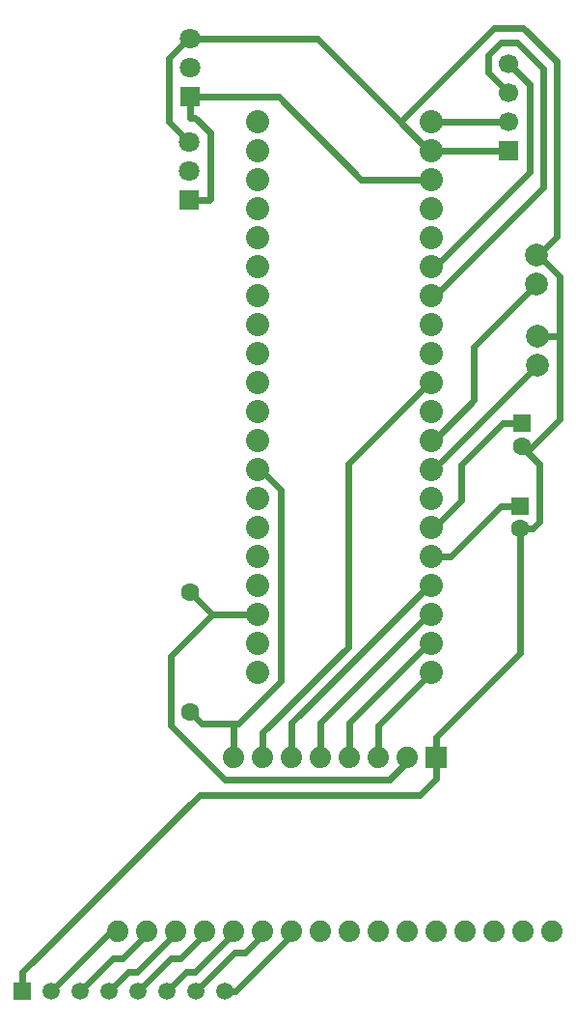
<source format=gtl>
G04 Layer: TopLayer*
G04 EasyEDA v6.5.23, 2023-05-10 17:44:45*
G04 879318d257fd408eaa7c897814ac9686,36dc43ecd37a4a90800178a54734e8d5,10*
G04 Gerber Generator version 0.2*
G04 Scale: 100 percent, Rotated: No, Reflected: No *
G04 Dimensions in millimeters *
G04 leading zeros omitted , absolute positions ,4 integer and 5 decimal *
%FSLAX45Y45*%
%MOMM*%

%AMMACRO1*21,1,$1,$2,0,0,$3*%
%ADD10C,0.6000*%
%ADD11R,1.7000X1.7000*%
%ADD12C,1.7000*%
%ADD13C,1.8000*%
%ADD14R,1.8000X1.8000*%
%ADD15C,1.8796*%
%ADD16MACRO1,1.8796X1.8796X90.0000*%
%ADD17C,1.6000*%
%ADD18C,2.0320*%
%ADD19R,1.5000X1.5000*%
%ADD20C,1.5000*%
%ADD21R,1.6000X1.6000*%
%ADD22C,2.0000*%

%LPD*%
D10*
X3769359Y-2702560D02*
G01*
X3799052Y-2702560D01*
X4746726Y-1754886D01*
X4746726Y-714527D01*
X4518990Y-486790D01*
X4375531Y-486790D01*
X4267885Y-594436D01*
X4267885Y-749985D01*
X4445000Y-927100D01*
X4699000Y-3060700D02*
G01*
X4890058Y-3060700D01*
X4608525Y-4073525D02*
G01*
X4890058Y-3791991D01*
X4890058Y-3060700D01*
X4546600Y-4748199D02*
G01*
X4653000Y-4748199D01*
X4716805Y-4684395D01*
X4716805Y-4181805D01*
X4608525Y-4073525D01*
X4608525Y-4073525D02*
G01*
X4559300Y-4024299D01*
X3810000Y-6572402D02*
G01*
X4546600Y-5835802D01*
X4546600Y-4748199D01*
X4445000Y-1435100D02*
G01*
X4269993Y-1435100D01*
X4269993Y-1435100D02*
G01*
X4267454Y-1432560D01*
X3769359Y-1432560D01*
X3810000Y-6717182D02*
G01*
X3810000Y-6572402D01*
X3810000Y-6717182D02*
G01*
X3810000Y-6756400D01*
X3810000Y-6756400D02*
G01*
X3810000Y-6940397D01*
X177800Y-8801100D02*
G01*
X177800Y-8636076D01*
X177800Y-8636076D02*
G01*
X1731721Y-7082154D01*
X3668242Y-7082154D01*
X3810000Y-6940397D01*
X1651000Y-457200D02*
G01*
X1631594Y-457200D01*
X1461465Y-627329D01*
X1461465Y-1182065D01*
X1638300Y-1358900D01*
X4890058Y-3060700D02*
G01*
X4890058Y-2533573D01*
X4705984Y-2349500D01*
X4705984Y-2349500D02*
G01*
X4686300Y-2349500D01*
X4705984Y-2349500D02*
G01*
X4866919Y-2188565D01*
X4866919Y-650976D01*
X4573066Y-357123D01*
X4314672Y-357123D01*
X3492245Y-1179550D01*
X1651000Y-457200D02*
G01*
X2769870Y-457200D01*
X3492245Y-1179550D01*
X3492245Y-1179550D02*
G01*
X3745229Y-1432560D01*
X3769359Y-1432560D01*
X4686300Y-2603500D02*
G01*
X4136542Y-3153257D01*
X4136542Y-3624478D01*
X3788460Y-3972560D01*
X3769359Y-3972560D01*
X4699000Y-3314700D02*
G01*
X3787140Y-4226560D01*
X3769359Y-4226560D01*
X4389272Y-3824300D02*
G01*
X4025671Y-4187901D01*
X4025671Y-4502530D01*
X3793642Y-4734560D01*
X3769359Y-4734560D01*
X4559300Y-3824300D02*
G01*
X4389272Y-3824300D01*
X4376572Y-4548200D02*
G01*
X3936212Y-4988560D01*
X3769359Y-4988560D01*
X4546600Y-4548200D02*
G01*
X4376572Y-4548200D01*
X2032000Y-6459143D02*
G01*
X2032000Y-6756400D01*
X2245359Y-4226560D02*
G01*
X2269363Y-4226560D01*
X2450261Y-4407458D01*
X2450261Y-6081699D01*
X2072817Y-6459143D01*
X2032000Y-6459143D01*
X2032000Y-6459143D02*
G01*
X1755851Y-6459143D01*
X1651000Y-6354292D01*
X431800Y-8801100D02*
G01*
X952500Y-8280400D01*
X1016000Y-8280400D01*
X685800Y-8801100D02*
G01*
X971194Y-8515705D01*
X1059078Y-8515705D01*
X1270000Y-8304784D01*
X1270000Y-8280400D01*
X939800Y-8801100D02*
G01*
X1105001Y-8635898D01*
X1182014Y-8635898D01*
X1524000Y-8293912D01*
X1524000Y-8280400D01*
X1193800Y-8801100D02*
G01*
X1479194Y-8515705D01*
X1567078Y-8515705D01*
X1778000Y-8304784D01*
X1778000Y-8280400D01*
X1447800Y-8801100D02*
G01*
X1613001Y-8635898D01*
X1689988Y-8635898D01*
X2032000Y-8293887D01*
X2032000Y-8280400D01*
X1701800Y-8801100D02*
G01*
X2038299Y-8464600D01*
X2130399Y-8464600D01*
X2286000Y-8309000D01*
X2286000Y-8280400D01*
X1955800Y-8801100D02*
G01*
X2049652Y-8801100D01*
X2540000Y-8310753D01*
X2540000Y-8280400D01*
X1638300Y-1866900D02*
G01*
X1818309Y-1866900D01*
X1651000Y-965200D02*
G01*
X1651000Y-1145209D01*
X1818309Y-1866900D02*
G01*
X1829536Y-1855673D01*
X1829536Y-1279093D01*
X1695653Y-1145209D01*
X1651000Y-1145209D01*
X3769359Y-1686560D02*
G01*
X3152317Y-1686560D01*
X2430957Y-965200D01*
X1651000Y-965200D01*
X1843278Y-5496560D02*
G01*
X1478127Y-5861710D01*
X1478127Y-6470878D01*
X1951761Y-6944512D01*
X3401822Y-6944512D01*
X3556000Y-6790334D01*
X3556000Y-6756400D01*
X2245359Y-5496560D02*
G01*
X1843278Y-5496560D01*
X4445000Y-1181100D02*
G01*
X4442459Y-1178560D01*
X3769359Y-1178560D01*
X1843278Y-5496560D02*
G01*
X1651000Y-5304281D01*
X3769359Y-6004560D02*
G01*
X3302000Y-6471920D01*
X3302000Y-6756400D01*
X3769359Y-5750560D02*
G01*
X3741851Y-5750560D01*
X3048000Y-6444411D01*
X3048000Y-6756400D01*
X3769359Y-5496560D02*
G01*
X3743350Y-5496560D01*
X2794000Y-6445910D01*
X2794000Y-6756400D01*
X2540000Y-6756400D02*
G01*
X2540000Y-6451930D01*
X3749370Y-5242560D01*
X3769359Y-5242560D01*
X2286000Y-6756400D02*
G01*
X2286000Y-6535953D01*
X3037484Y-5784469D01*
X3037484Y-4175480D01*
X3748404Y-3464560D01*
X3769359Y-3464560D01*
X3769359Y-2448560D02*
G01*
X3797376Y-2448560D01*
X4626533Y-1619402D01*
X4626533Y-854633D01*
X4445000Y-673100D01*
D11*
G01*
X4445000Y-1435100D03*
D12*
G01*
X4445000Y-1181100D03*
G01*
X4445000Y-927100D03*
G01*
X4445000Y-673100D03*
D13*
G01*
X1651000Y-457200D03*
G01*
X1651000Y-711200D03*
D14*
G01*
X1651000Y-965200D03*
D13*
G01*
X1638300Y-1358900D03*
G01*
X1638300Y-1612900D03*
D14*
G01*
X1638300Y-1866900D03*
D15*
G01*
X4826000Y-8280400D03*
G01*
X4572000Y-8280400D03*
G01*
X4318000Y-8280400D03*
G01*
X4064000Y-8280400D03*
G01*
X3810000Y-8280400D03*
G01*
X3556000Y-8280400D03*
G01*
X3302000Y-8280400D03*
G01*
X3048000Y-8280400D03*
G01*
X2794000Y-8280400D03*
G01*
X2540000Y-8280400D03*
G01*
X2286000Y-8280400D03*
G01*
X2032000Y-8280400D03*
G01*
X1778000Y-8280400D03*
G01*
X1524000Y-8280400D03*
G01*
X1270000Y-8280400D03*
G01*
X1016000Y-8280400D03*
D16*
G01*
X3810000Y-6756400D03*
D15*
G01*
X3556000Y-6756400D03*
G01*
X3302000Y-6756400D03*
G01*
X3048000Y-6756400D03*
G01*
X2794000Y-6756400D03*
G01*
X2540000Y-6756400D03*
G01*
X2286000Y-6756400D03*
G01*
X2032000Y-6756400D03*
D17*
G01*
X1651000Y-6354305D03*
G01*
X1651000Y-5304294D03*
D18*
G01*
X3769359Y-6004560D03*
G01*
X3769359Y-5750560D03*
G01*
X3769359Y-5496560D03*
G01*
X3769359Y-5242560D03*
G01*
X3769359Y-4988560D03*
G01*
X3769359Y-4734560D03*
G01*
X3769359Y-4480560D03*
G01*
X3769359Y-4226560D03*
G01*
X3769359Y-3972560D03*
G01*
X3769359Y-3718560D03*
G01*
X3769359Y-3464560D03*
G01*
X3769359Y-3210560D03*
G01*
X3769359Y-2956560D03*
G01*
X3769359Y-2702560D03*
G01*
X3769359Y-2448560D03*
G01*
X3769359Y-2194560D03*
G01*
X3769359Y-1940560D03*
G01*
X3769359Y-1686560D03*
G01*
X3769359Y-1432560D03*
G01*
X3769359Y-1178560D03*
G01*
X2245359Y-6004560D03*
G01*
X2245359Y-5750560D03*
G01*
X2245359Y-5496560D03*
G01*
X2245359Y-5242560D03*
G01*
X2245359Y-4988560D03*
G01*
X2245359Y-4734560D03*
G01*
X2245359Y-4480560D03*
G01*
X2245359Y-4226560D03*
G01*
X2245359Y-3972560D03*
G01*
X2245359Y-3718560D03*
G01*
X2245359Y-3464560D03*
G01*
X2245359Y-3210560D03*
G01*
X2245359Y-2956560D03*
G01*
X2245359Y-2702560D03*
G01*
X2245359Y-2448560D03*
G01*
X2245359Y-2194560D03*
G01*
X2245359Y-1940560D03*
G01*
X2245359Y-1686560D03*
G01*
X2245359Y-1432560D03*
G01*
X2245359Y-1178560D03*
D19*
G01*
X177800Y-8801100D03*
D20*
G01*
X431800Y-8801100D03*
G01*
X685800Y-8801100D03*
G01*
X939800Y-8801100D03*
G01*
X1193800Y-8801100D03*
G01*
X1447800Y-8801100D03*
G01*
X1701800Y-8801100D03*
G01*
X1955800Y-8801100D03*
D21*
G01*
X4559300Y-3824300D03*
D17*
G01*
X4559300Y-4024299D03*
D21*
G01*
X4546600Y-4548200D03*
D17*
G01*
X4546600Y-4748199D03*
D22*
G01*
X4699000Y-3060700D03*
G01*
X4699000Y-3314700D03*
G01*
X4686300Y-2603500D03*
G01*
X4686300Y-2349500D03*
M02*

</source>
